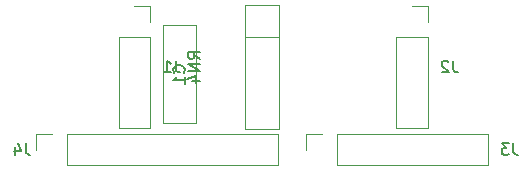
<source format=gbr>
%TF.GenerationSoftware,KiCad,Pcbnew,(5.1.9)-1*%
%TF.CreationDate,2021-03-25T15:52:08-07:00*%
%TF.ProjectId,SP_CARRIER_A,53505f43-4152-4524-9945-525f412e6b69,rev?*%
%TF.SameCoordinates,Original*%
%TF.FileFunction,Legend,Bot*%
%TF.FilePolarity,Positive*%
%FSLAX46Y46*%
G04 Gerber Fmt 4.6, Leading zero omitted, Abs format (unit mm)*
G04 Created by KiCad (PCBNEW (5.1.9)-1) date 2021-03-25 15:52:08*
%MOMM*%
%LPD*%
G01*
G04 APERTURE LIST*
%ADD10C,0.120000*%
%ADD11C,0.150000*%
G04 APERTURE END LIST*
D10*
%TO.C,RN4*%
X113535000Y-60325000D02*
X116335000Y-60325000D01*
X113535000Y-68115000D02*
X113535000Y-57615000D01*
X116335000Y-68115000D02*
X113535000Y-68115000D01*
X116335000Y-57615000D02*
X116335000Y-68115000D01*
X113535000Y-57615000D02*
X116335000Y-57615000D01*
%TO.C,J4*%
X95825000Y-68520000D02*
X95825000Y-69850000D01*
X97155000Y-68520000D02*
X95825000Y-68520000D01*
X98425000Y-68520000D02*
X98425000Y-71180000D01*
X98425000Y-71180000D02*
X116265000Y-71180000D01*
X98425000Y-68520000D02*
X116265000Y-68520000D01*
X116265000Y-68520000D02*
X116265000Y-71180000D01*
%TO.C,J3*%
X118685000Y-68520000D02*
X118685000Y-69850000D01*
X120015000Y-68520000D02*
X118685000Y-68520000D01*
X121285000Y-68520000D02*
X121285000Y-71180000D01*
X121285000Y-71180000D02*
X134045000Y-71180000D01*
X121285000Y-68520000D02*
X134045000Y-68520000D01*
X134045000Y-68520000D02*
X134045000Y-71180000D01*
%TO.C,J2*%
X128965000Y-57725000D02*
X127635000Y-57725000D01*
X128965000Y-59055000D02*
X128965000Y-57725000D01*
X128965000Y-60325000D02*
X126305000Y-60325000D01*
X126305000Y-60325000D02*
X126305000Y-68005000D01*
X128965000Y-60325000D02*
X128965000Y-68005000D01*
X128965000Y-68005000D02*
X126305000Y-68005000D01*
%TO.C,J1*%
X105470000Y-57725000D02*
X104140000Y-57725000D01*
X105470000Y-59055000D02*
X105470000Y-57725000D01*
X105470000Y-60325000D02*
X102810000Y-60325000D01*
X102810000Y-60325000D02*
X102810000Y-68005000D01*
X105470000Y-60325000D02*
X105470000Y-68005000D01*
X105470000Y-68005000D02*
X102810000Y-68005000D01*
%TO.C,C1*%
X106580000Y-67580000D02*
X109320000Y-67580000D01*
X106580000Y-59340000D02*
X109320000Y-59340000D01*
X109320000Y-59340000D02*
X109320000Y-67580000D01*
X106580000Y-59340000D02*
X106580000Y-67580000D01*
%TO.C,RN4*%
D11*
X109672380Y-62174523D02*
X109196190Y-61841190D01*
X109672380Y-61603095D02*
X108672380Y-61603095D01*
X108672380Y-61984047D01*
X108720000Y-62079285D01*
X108767619Y-62126904D01*
X108862857Y-62174523D01*
X109005714Y-62174523D01*
X109100952Y-62126904D01*
X109148571Y-62079285D01*
X109196190Y-61984047D01*
X109196190Y-61603095D01*
X109672380Y-62603095D02*
X108672380Y-62603095D01*
X109672380Y-63174523D01*
X108672380Y-63174523D01*
X109005714Y-64079285D02*
X109672380Y-64079285D01*
X108624761Y-63841190D02*
X109339047Y-63603095D01*
X109339047Y-64222142D01*
%TO.C,J4*%
X94948333Y-69302380D02*
X94948333Y-70016666D01*
X94995952Y-70159523D01*
X95091190Y-70254761D01*
X95234047Y-70302380D01*
X95329285Y-70302380D01*
X94043571Y-69635714D02*
X94043571Y-70302380D01*
X94281666Y-69254761D02*
X94519761Y-69969047D01*
X93900714Y-69969047D01*
%TO.C,J3*%
X136223333Y-69302380D02*
X136223333Y-70016666D01*
X136270952Y-70159523D01*
X136366190Y-70254761D01*
X136509047Y-70302380D01*
X136604285Y-70302380D01*
X135842380Y-69302380D02*
X135223333Y-69302380D01*
X135556666Y-69683333D01*
X135413809Y-69683333D01*
X135318571Y-69730952D01*
X135270952Y-69778571D01*
X135223333Y-69873809D01*
X135223333Y-70111904D01*
X135270952Y-70207142D01*
X135318571Y-70254761D01*
X135413809Y-70302380D01*
X135699523Y-70302380D01*
X135794761Y-70254761D01*
X135842380Y-70207142D01*
%TO.C,J2*%
X131143333Y-62317380D02*
X131143333Y-63031666D01*
X131190952Y-63174523D01*
X131286190Y-63269761D01*
X131429047Y-63317380D01*
X131524285Y-63317380D01*
X130714761Y-62412619D02*
X130667142Y-62365000D01*
X130571904Y-62317380D01*
X130333809Y-62317380D01*
X130238571Y-62365000D01*
X130190952Y-62412619D01*
X130143333Y-62507857D01*
X130143333Y-62603095D01*
X130190952Y-62745952D01*
X130762380Y-63317380D01*
X130143333Y-63317380D01*
%TO.C,J1*%
X107648333Y-62317380D02*
X107648333Y-63031666D01*
X107695952Y-63174523D01*
X107791190Y-63269761D01*
X107934047Y-63317380D01*
X108029285Y-63317380D01*
X106648333Y-63317380D02*
X107219761Y-63317380D01*
X106934047Y-63317380D02*
X106934047Y-62317380D01*
X107029285Y-62460238D01*
X107124523Y-62555476D01*
X107219761Y-62603095D01*
%TO.C,C1*%
X108307142Y-63333333D02*
X108354761Y-63285714D01*
X108402380Y-63142857D01*
X108402380Y-63047619D01*
X108354761Y-62904761D01*
X108259523Y-62809523D01*
X108164285Y-62761904D01*
X107973809Y-62714285D01*
X107830952Y-62714285D01*
X107640476Y-62761904D01*
X107545238Y-62809523D01*
X107450000Y-62904761D01*
X107402380Y-63047619D01*
X107402380Y-63142857D01*
X107450000Y-63285714D01*
X107497619Y-63333333D01*
X108402380Y-64285714D02*
X108402380Y-63714285D01*
X108402380Y-64000000D02*
X107402380Y-64000000D01*
X107545238Y-63904761D01*
X107640476Y-63809523D01*
X107688095Y-63714285D01*
%TD*%
M02*

</source>
